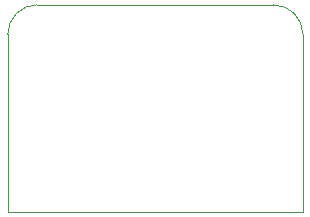
<source format=gbr>
%TF.GenerationSoftware,KiCad,Pcbnew,(5.1.4)-1*%
%TF.CreationDate,2021-05-21T19:12:07-04:00*%
%TF.ProjectId,QAZ_rgb_led_breakoutboard,51415a5f-7267-4625-9f6c-65645f627265,v1.0*%
%TF.SameCoordinates,Original*%
%TF.FileFunction,Profile,NP*%
%FSLAX46Y46*%
G04 Gerber Fmt 4.6, Leading zero omitted, Abs format (unit mm)*
G04 Created by KiCad (PCBNEW (5.1.4)-1) date 2021-05-21 19:12:07*
%MOMM*%
%LPD*%
G04 APERTURE LIST*
%ADD10C,0.050000*%
G04 APERTURE END LIST*
D10*
X101384000Y-60410000D02*
G75*
G02X103884000Y-57910000I2500000J0D01*
G01*
X123884000Y-57910000D02*
G75*
G02X126384000Y-60410000I0J-2500000D01*
G01*
X101384000Y-60410000D02*
X101384000Y-75410000D01*
X123884000Y-57910000D02*
X103884000Y-57910000D01*
X126384000Y-75410000D02*
X126384000Y-60410000D01*
X101384000Y-75410000D02*
X126384000Y-75410000D01*
M02*

</source>
